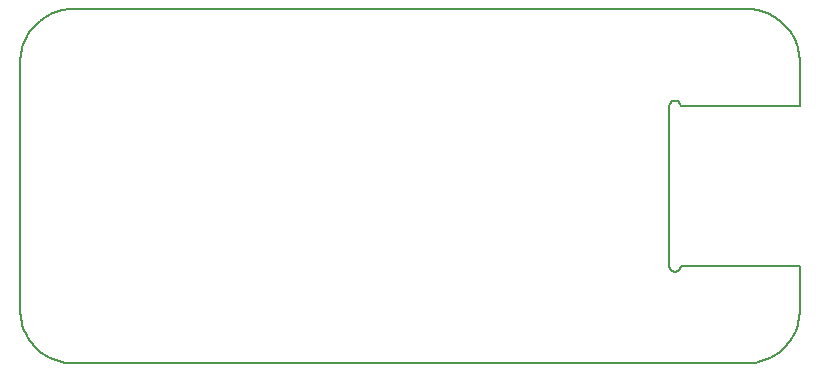
<source format=gko>
%FSLAX44Y44*%
%MOMM*%
G71*
G01*
G75*
%ADD10O,2.0320X0.3302*%
%ADD11R,0.8000X0.8000*%
%ADD12R,0.9144X0.9144*%
%ADD13R,1.2700X0.9144*%
%ADD14R,0.5600X0.8200*%
%ADD15C,0.2540*%
%ADD16C,0.5000*%
%ADD17C,0.3000*%
%ADD18C,0.2286*%
%ADD19C,2.2000*%
%ADD20O,1.1000X1.3000*%
%ADD21C,1.3000*%
%ADD22O,2.3000X1.3000*%
%ADD23O,3.2000X1.4000*%
%ADD24C,0.9000*%
%ADD25C,1.8000*%
%ADD26O,2.0000X1.6000*%
%ADD27O,4.0000X1.6000*%
%ADD28C,0.6000*%
%ADD29C,0.2032*%
%ADD30C,0.1500*%
%ADD31C,0.5000*%
%ADD32C,0.1500*%
%ADD33C,0.1500*%
%ADD34C,0.1000*%
%ADD35C,0.1524*%
%ADD36C,0.1270*%
%ADD37O,2.2352X0.5334*%
%ADD38R,1.0032X1.0032*%
%ADD39R,1.1176X1.1176*%
%ADD40R,1.4732X1.1176*%
%ADD41R,0.7632X1.0232*%
%ADD42O,1.3032X1.5032*%
%ADD43C,1.5032*%
%ADD44O,2.5032X1.5032*%
%ADD45O,3.4032X1.6032*%
%ADD46C,1.1032*%
%ADD47C,2.0032*%
%ADD48O,2.2032X1.8032*%
%ADD49O,4.2032X1.8032*%
D36*
X2230896Y2392868D02*
X2228372Y2392797D01*
X2225857Y2392585D01*
X2223358Y2392232D01*
X2220882Y2391740D01*
X2218438Y2391109D01*
X2216033Y2390343D01*
X2213675Y2389443D01*
X2211371Y2388412D01*
X2209128Y2387253D01*
X2206954Y2385971D01*
X2204855Y2384568D01*
X2202838Y2383051D01*
X2200910Y2381422D01*
X2199076Y2379688D01*
X2197342Y2377854D01*
X2195713Y2375925D01*
X2194195Y2373908D01*
X2192793Y2371810D01*
X2191510Y2369635D01*
X2190352Y2367393D01*
X2189321Y2365089D01*
X2188421Y2362731D01*
X2187654Y2360326D01*
X2187024Y2357881D01*
X2186531Y2355406D01*
X2186178Y2352906D01*
X2185966Y2350391D01*
X2185896Y2347868D01*
X2800895Y2092868D02*
X2803419Y2092939D01*
X2805934Y2093151D01*
X2808433Y2093504D01*
X2810909Y2093996D01*
X2813353Y2094627D01*
X2815758Y2095393D01*
X2818116Y2096293D01*
X2820420Y2097325D01*
X2822663Y2098483D01*
X2824837Y2099765D01*
X2826936Y2101168D01*
X2828953Y2102686D01*
X2830881Y2104314D01*
X2832715Y2106048D01*
X2834449Y2107883D01*
X2836078Y2109811D01*
X2837596Y2111828D01*
X2838998Y2113927D01*
X2840281Y2116101D01*
X2841439Y2118343D01*
X2842470Y2120647D01*
X2843370Y2123006D01*
X2844137Y2125411D01*
X2844767Y2127855D01*
X2845260Y2130330D01*
X2845612Y2132830D01*
X2845825Y2135345D01*
X2845895Y2137868D01*
X2735196Y2175368D02*
X2735865Y2172868D01*
X2737696Y2171038D01*
X2740196Y2170368D01*
X2742696Y2171038D01*
X2744525Y2172868D01*
X2745196Y2175368D01*
Y2310368D02*
X2744525Y2312868D01*
X2742696Y2314698D01*
X2740196Y2315368D01*
X2737696Y2314698D01*
X2735865Y2312868D01*
X2735196Y2310368D01*
X2845895Y2347868D02*
X2845825Y2350391D01*
X2845612Y2352906D01*
X2845260Y2355406D01*
X2844767Y2357881D01*
X2844137Y2360326D01*
X2843370Y2362731D01*
X2842470Y2365089D01*
X2841439Y2367393D01*
X2840280Y2369635D01*
X2838998Y2371810D01*
X2837596Y2373908D01*
X2836078Y2375925D01*
X2834449Y2377854D01*
X2832715Y2379688D01*
X2830881Y2381422D01*
X2828952Y2383051D01*
X2826936Y2384568D01*
X2824837Y2385971D01*
X2822663Y2387253D01*
X2820420Y2388412D01*
X2818116Y2389443D01*
X2815758Y2390343D01*
X2813353Y2391109D01*
X2810909Y2391740D01*
X2808433Y2392232D01*
X2805934Y2392585D01*
X2803419Y2392797D01*
X2800895Y2392868D01*
X2185896Y2137868D02*
X2185966Y2135345D01*
X2186178Y2132830D01*
X2186531Y2130330D01*
X2187024Y2127855D01*
X2187654Y2125410D01*
X2188421Y2123006D01*
X2189321Y2120647D01*
X2190352Y2118343D01*
X2191510Y2116101D01*
X2192793Y2113927D01*
X2194195Y2111828D01*
X2195713Y2109811D01*
X2197342Y2107883D01*
X2199076Y2106048D01*
X2200910Y2104314D01*
X2202838Y2102686D01*
X2204855Y2101168D01*
X2206954Y2099765D01*
X2209128Y2098483D01*
X2211371Y2097325D01*
X2213675Y2096293D01*
X2216033Y2095393D01*
X2218438Y2094627D01*
X2220882Y2093996D01*
X2223358Y2093504D01*
X2225857Y2093151D01*
X2228372Y2092939D01*
X2230895Y2092868D01*
X2230896Y2392868D02*
X2800895D01*
X2185896Y2137868D02*
Y2347868D01*
X2230896Y2092868D02*
X2800895D01*
X2845895Y2137868D02*
Y2175368D01*
X2745196D02*
X2845895D01*
X2735196D02*
Y2310368D01*
X2745196D02*
X2845895D01*
Y2347868D01*
M02*

</source>
